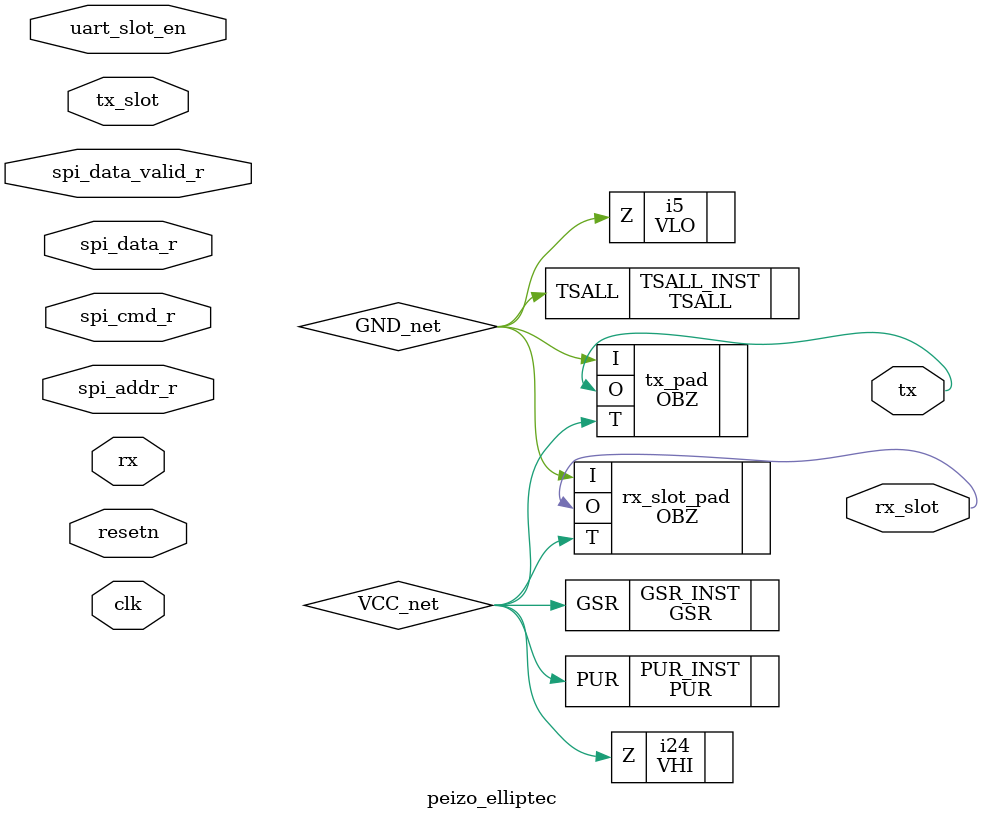
<source format=v>

module peizo_elliptec (clk, resetn, rx, tx, spi_cmd_r, spi_addr_r, 
            spi_data_r, spi_data_valid_r, uart_slot_en, rx_slot, tx_slot) /* synthesis syn_module_defined=1 */ ;   // c:/users/elieser/documents/cpld/sources/slot_cards/peizo_elliptec.v(5[8:22])
    input clk;   // c:/users/elieser/documents/cpld/sources/slot_cards/peizo_elliptec.v(10[20:23])
    input resetn;   // c:/users/elieser/documents/cpld/sources/slot_cards/peizo_elliptec.v(11[20:26])
    input rx;   // c:/users/elieser/documents/cpld/sources/slot_cards/peizo_elliptec.v(13[19:21])
    output tx;   // c:/users/elieser/documents/cpld/sources/slot_cards/peizo_elliptec.v(14[20:22])
    input [15:0]spi_cmd_r;   // c:/users/elieser/documents/cpld/sources/slot_cards/peizo_elliptec.v(18[24:33])
    input [7:0]spi_addr_r;   // c:/users/elieser/documents/cpld/sources/slot_cards/peizo_elliptec.v(19[23:33])
    input [39:0]spi_data_r;   // c:/users/elieser/documents/cpld/sources/slot_cards/peizo_elliptec.v(20[24:34])
    input spi_data_valid_r;   // c:/users/elieser/documents/cpld/sources/slot_cards/peizo_elliptec.v(21[19:35])
    input [-1:0]uart_slot_en;   // c:/users/elieser/documents/cpld/sources/slot_cards/peizo_elliptec.v(24[38:50])
    output rx_slot;   // c:/users/elieser/documents/cpld/sources/slot_cards/peizo_elliptec.v(25[20:27])
    input tx_slot;   // c:/users/elieser/documents/cpld/sources/slot_cards/peizo_elliptec.v(26[20:27])
    
    
    wire GND_net, VCC_net;
    
    VHI i24 (.Z(VCC_net));
    TSALL TSALL_INST (.TSALL(GND_net));
    VLO i5 (.Z(GND_net));
    PUR PUR_INST (.PUR(VCC_net));
    defparam PUR_INST.RST_PULSE = 1;
    OBZ tx_pad (.I(GND_net), .T(VCC_net), .O(tx));   // c:/users/elieser/documents/cpld/sources/slot_cards/peizo_elliptec.v(30[8:10])
    OBZ rx_slot_pad (.I(GND_net), .T(VCC_net), .O(rx_slot));   // c:/users/elieser/documents/cpld/sources/slot_cards/peizo_elliptec.v(31[8:15])
    GSR GSR_INST (.GSR(VCC_net));
    
endmodule
//
// Verilog Description of module TSALL
// module not written out since it is a black-box. 
//

//
// Verilog Description of module PUR
// module not written out since it is a black-box. 
//


</source>
